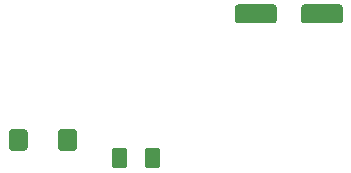
<source format=gbr>
G04 #@! TF.GenerationSoftware,KiCad,Pcbnew,(5.1.2)-1*
G04 #@! TF.CreationDate,2019-06-03T12:51:13-05:00*
G04 #@! TF.ProjectId,1stCircuit,31737443-6972-4637-9569-742e6b696361,rev?*
G04 #@! TF.SameCoordinates,Original*
G04 #@! TF.FileFunction,Paste,Top*
G04 #@! TF.FilePolarity,Positive*
%FSLAX46Y46*%
G04 Gerber Fmt 4.6, Leading zero omitted, Abs format (unit mm)*
G04 Created by KiCad (PCBNEW (5.1.2)-1) date 2019-06-03 12:51:13*
%MOMM*%
%LPD*%
G04 APERTURE LIST*
%ADD10C,0.100000*%
%ADD11C,1.575000*%
%ADD12C,1.250000*%
%ADD13C,1.600000*%
G04 APERTURE END LIST*
D10*
G36*
X144381505Y-103749204D02*
G01*
X144405773Y-103752804D01*
X144429572Y-103758765D01*
X144452671Y-103767030D01*
X144474850Y-103777520D01*
X144495893Y-103790132D01*
X144515599Y-103804747D01*
X144533777Y-103821223D01*
X144550253Y-103839401D01*
X144564868Y-103859107D01*
X144577480Y-103880150D01*
X144587970Y-103902329D01*
X144596235Y-103925428D01*
X144602196Y-103949227D01*
X144605796Y-103973495D01*
X144607000Y-103997999D01*
X144607000Y-105298001D01*
X144605796Y-105322505D01*
X144602196Y-105346773D01*
X144596235Y-105370572D01*
X144587970Y-105393671D01*
X144577480Y-105415850D01*
X144564868Y-105436893D01*
X144550253Y-105456599D01*
X144533777Y-105474777D01*
X144515599Y-105491253D01*
X144495893Y-105505868D01*
X144474850Y-105518480D01*
X144452671Y-105528970D01*
X144429572Y-105537235D01*
X144405773Y-105543196D01*
X144381505Y-105546796D01*
X144357001Y-105548000D01*
X143281999Y-105548000D01*
X143257495Y-105546796D01*
X143233227Y-105543196D01*
X143209428Y-105537235D01*
X143186329Y-105528970D01*
X143164150Y-105518480D01*
X143143107Y-105505868D01*
X143123401Y-105491253D01*
X143105223Y-105474777D01*
X143088747Y-105456599D01*
X143074132Y-105436893D01*
X143061520Y-105415850D01*
X143051030Y-105393671D01*
X143042765Y-105370572D01*
X143036804Y-105346773D01*
X143033204Y-105322505D01*
X143032000Y-105298001D01*
X143032000Y-103997999D01*
X143033204Y-103973495D01*
X143036804Y-103949227D01*
X143042765Y-103925428D01*
X143051030Y-103902329D01*
X143061520Y-103880150D01*
X143074132Y-103859107D01*
X143088747Y-103839401D01*
X143105223Y-103821223D01*
X143123401Y-103804747D01*
X143143107Y-103790132D01*
X143164150Y-103777520D01*
X143186329Y-103767030D01*
X143209428Y-103758765D01*
X143233227Y-103752804D01*
X143257495Y-103749204D01*
X143281999Y-103748000D01*
X144357001Y-103748000D01*
X144381505Y-103749204D01*
X144381505Y-103749204D01*
G37*
D11*
X143819500Y-104648000D03*
D10*
G36*
X140206505Y-103749204D02*
G01*
X140230773Y-103752804D01*
X140254572Y-103758765D01*
X140277671Y-103767030D01*
X140299850Y-103777520D01*
X140320893Y-103790132D01*
X140340599Y-103804747D01*
X140358777Y-103821223D01*
X140375253Y-103839401D01*
X140389868Y-103859107D01*
X140402480Y-103880150D01*
X140412970Y-103902329D01*
X140421235Y-103925428D01*
X140427196Y-103949227D01*
X140430796Y-103973495D01*
X140432000Y-103997999D01*
X140432000Y-105298001D01*
X140430796Y-105322505D01*
X140427196Y-105346773D01*
X140421235Y-105370572D01*
X140412970Y-105393671D01*
X140402480Y-105415850D01*
X140389868Y-105436893D01*
X140375253Y-105456599D01*
X140358777Y-105474777D01*
X140340599Y-105491253D01*
X140320893Y-105505868D01*
X140299850Y-105518480D01*
X140277671Y-105528970D01*
X140254572Y-105537235D01*
X140230773Y-105543196D01*
X140206505Y-105546796D01*
X140182001Y-105548000D01*
X139106999Y-105548000D01*
X139082495Y-105546796D01*
X139058227Y-105543196D01*
X139034428Y-105537235D01*
X139011329Y-105528970D01*
X138989150Y-105518480D01*
X138968107Y-105505868D01*
X138948401Y-105491253D01*
X138930223Y-105474777D01*
X138913747Y-105456599D01*
X138899132Y-105436893D01*
X138886520Y-105415850D01*
X138876030Y-105393671D01*
X138867765Y-105370572D01*
X138861804Y-105346773D01*
X138858204Y-105322505D01*
X138857000Y-105298001D01*
X138857000Y-103997999D01*
X138858204Y-103973495D01*
X138861804Y-103949227D01*
X138867765Y-103925428D01*
X138876030Y-103902329D01*
X138886520Y-103880150D01*
X138899132Y-103859107D01*
X138913747Y-103839401D01*
X138930223Y-103821223D01*
X138948401Y-103804747D01*
X138968107Y-103790132D01*
X138989150Y-103777520D01*
X139011329Y-103767030D01*
X139034428Y-103758765D01*
X139058227Y-103752804D01*
X139082495Y-103749204D01*
X139106999Y-103748000D01*
X140182001Y-103748000D01*
X140206505Y-103749204D01*
X140206505Y-103749204D01*
G37*
D11*
X139644500Y-104648000D03*
D10*
G36*
X151405504Y-105298204D02*
G01*
X151429773Y-105301804D01*
X151453571Y-105307765D01*
X151476671Y-105316030D01*
X151498849Y-105326520D01*
X151519893Y-105339133D01*
X151539598Y-105353747D01*
X151557777Y-105370223D01*
X151574253Y-105388402D01*
X151588867Y-105408107D01*
X151601480Y-105429151D01*
X151611970Y-105451329D01*
X151620235Y-105474429D01*
X151626196Y-105498227D01*
X151629796Y-105522496D01*
X151631000Y-105547000D01*
X151631000Y-106797000D01*
X151629796Y-106821504D01*
X151626196Y-106845773D01*
X151620235Y-106869571D01*
X151611970Y-106892671D01*
X151601480Y-106914849D01*
X151588867Y-106935893D01*
X151574253Y-106955598D01*
X151557777Y-106973777D01*
X151539598Y-106990253D01*
X151519893Y-107004867D01*
X151498849Y-107017480D01*
X151476671Y-107027970D01*
X151453571Y-107036235D01*
X151429773Y-107042196D01*
X151405504Y-107045796D01*
X151381000Y-107047000D01*
X150631000Y-107047000D01*
X150606496Y-107045796D01*
X150582227Y-107042196D01*
X150558429Y-107036235D01*
X150535329Y-107027970D01*
X150513151Y-107017480D01*
X150492107Y-107004867D01*
X150472402Y-106990253D01*
X150454223Y-106973777D01*
X150437747Y-106955598D01*
X150423133Y-106935893D01*
X150410520Y-106914849D01*
X150400030Y-106892671D01*
X150391765Y-106869571D01*
X150385804Y-106845773D01*
X150382204Y-106821504D01*
X150381000Y-106797000D01*
X150381000Y-105547000D01*
X150382204Y-105522496D01*
X150385804Y-105498227D01*
X150391765Y-105474429D01*
X150400030Y-105451329D01*
X150410520Y-105429151D01*
X150423133Y-105408107D01*
X150437747Y-105388402D01*
X150454223Y-105370223D01*
X150472402Y-105353747D01*
X150492107Y-105339133D01*
X150513151Y-105326520D01*
X150535329Y-105316030D01*
X150558429Y-105307765D01*
X150582227Y-105301804D01*
X150606496Y-105298204D01*
X150631000Y-105297000D01*
X151381000Y-105297000D01*
X151405504Y-105298204D01*
X151405504Y-105298204D01*
G37*
D12*
X151006000Y-106172000D03*
D10*
G36*
X148605504Y-105298204D02*
G01*
X148629773Y-105301804D01*
X148653571Y-105307765D01*
X148676671Y-105316030D01*
X148698849Y-105326520D01*
X148719893Y-105339133D01*
X148739598Y-105353747D01*
X148757777Y-105370223D01*
X148774253Y-105388402D01*
X148788867Y-105408107D01*
X148801480Y-105429151D01*
X148811970Y-105451329D01*
X148820235Y-105474429D01*
X148826196Y-105498227D01*
X148829796Y-105522496D01*
X148831000Y-105547000D01*
X148831000Y-106797000D01*
X148829796Y-106821504D01*
X148826196Y-106845773D01*
X148820235Y-106869571D01*
X148811970Y-106892671D01*
X148801480Y-106914849D01*
X148788867Y-106935893D01*
X148774253Y-106955598D01*
X148757777Y-106973777D01*
X148739598Y-106990253D01*
X148719893Y-107004867D01*
X148698849Y-107017480D01*
X148676671Y-107027970D01*
X148653571Y-107036235D01*
X148629773Y-107042196D01*
X148605504Y-107045796D01*
X148581000Y-107047000D01*
X147831000Y-107047000D01*
X147806496Y-107045796D01*
X147782227Y-107042196D01*
X147758429Y-107036235D01*
X147735329Y-107027970D01*
X147713151Y-107017480D01*
X147692107Y-107004867D01*
X147672402Y-106990253D01*
X147654223Y-106973777D01*
X147637747Y-106955598D01*
X147623133Y-106935893D01*
X147610520Y-106914849D01*
X147600030Y-106892671D01*
X147591765Y-106869571D01*
X147585804Y-106845773D01*
X147582204Y-106821504D01*
X147581000Y-106797000D01*
X147581000Y-105547000D01*
X147582204Y-105522496D01*
X147585804Y-105498227D01*
X147591765Y-105474429D01*
X147600030Y-105451329D01*
X147610520Y-105429151D01*
X147623133Y-105408107D01*
X147637747Y-105388402D01*
X147654223Y-105370223D01*
X147672402Y-105353747D01*
X147692107Y-105339133D01*
X147713151Y-105326520D01*
X147735329Y-105316030D01*
X147758429Y-105307765D01*
X147782227Y-105301804D01*
X147806496Y-105298204D01*
X147831000Y-105297000D01*
X148581000Y-105297000D01*
X148605504Y-105298204D01*
X148605504Y-105298204D01*
G37*
D12*
X148206000Y-106172000D03*
D10*
G36*
X166884504Y-93181204D02*
G01*
X166908773Y-93184804D01*
X166932571Y-93190765D01*
X166955671Y-93199030D01*
X166977849Y-93209520D01*
X166998893Y-93222133D01*
X167018598Y-93236747D01*
X167036777Y-93253223D01*
X167053253Y-93271402D01*
X167067867Y-93291107D01*
X167080480Y-93312151D01*
X167090970Y-93334329D01*
X167099235Y-93357429D01*
X167105196Y-93381227D01*
X167108796Y-93405496D01*
X167110000Y-93430000D01*
X167110000Y-94530000D01*
X167108796Y-94554504D01*
X167105196Y-94578773D01*
X167099235Y-94602571D01*
X167090970Y-94625671D01*
X167080480Y-94647849D01*
X167067867Y-94668893D01*
X167053253Y-94688598D01*
X167036777Y-94706777D01*
X167018598Y-94723253D01*
X166998893Y-94737867D01*
X166977849Y-94750480D01*
X166955671Y-94760970D01*
X166932571Y-94769235D01*
X166908773Y-94775196D01*
X166884504Y-94778796D01*
X166860000Y-94780000D01*
X163860000Y-94780000D01*
X163835496Y-94778796D01*
X163811227Y-94775196D01*
X163787429Y-94769235D01*
X163764329Y-94760970D01*
X163742151Y-94750480D01*
X163721107Y-94737867D01*
X163701402Y-94723253D01*
X163683223Y-94706777D01*
X163666747Y-94688598D01*
X163652133Y-94668893D01*
X163639520Y-94647849D01*
X163629030Y-94625671D01*
X163620765Y-94602571D01*
X163614804Y-94578773D01*
X163611204Y-94554504D01*
X163610000Y-94530000D01*
X163610000Y-93430000D01*
X163611204Y-93405496D01*
X163614804Y-93381227D01*
X163620765Y-93357429D01*
X163629030Y-93334329D01*
X163639520Y-93312151D01*
X163652133Y-93291107D01*
X163666747Y-93271402D01*
X163683223Y-93253223D01*
X163701402Y-93236747D01*
X163721107Y-93222133D01*
X163742151Y-93209520D01*
X163764329Y-93199030D01*
X163787429Y-93190765D01*
X163811227Y-93184804D01*
X163835496Y-93181204D01*
X163860000Y-93180000D01*
X166860000Y-93180000D01*
X166884504Y-93181204D01*
X166884504Y-93181204D01*
G37*
D13*
X165360000Y-93980000D03*
D10*
G36*
X161284504Y-93181204D02*
G01*
X161308773Y-93184804D01*
X161332571Y-93190765D01*
X161355671Y-93199030D01*
X161377849Y-93209520D01*
X161398893Y-93222133D01*
X161418598Y-93236747D01*
X161436777Y-93253223D01*
X161453253Y-93271402D01*
X161467867Y-93291107D01*
X161480480Y-93312151D01*
X161490970Y-93334329D01*
X161499235Y-93357429D01*
X161505196Y-93381227D01*
X161508796Y-93405496D01*
X161510000Y-93430000D01*
X161510000Y-94530000D01*
X161508796Y-94554504D01*
X161505196Y-94578773D01*
X161499235Y-94602571D01*
X161490970Y-94625671D01*
X161480480Y-94647849D01*
X161467867Y-94668893D01*
X161453253Y-94688598D01*
X161436777Y-94706777D01*
X161418598Y-94723253D01*
X161398893Y-94737867D01*
X161377849Y-94750480D01*
X161355671Y-94760970D01*
X161332571Y-94769235D01*
X161308773Y-94775196D01*
X161284504Y-94778796D01*
X161260000Y-94780000D01*
X158260000Y-94780000D01*
X158235496Y-94778796D01*
X158211227Y-94775196D01*
X158187429Y-94769235D01*
X158164329Y-94760970D01*
X158142151Y-94750480D01*
X158121107Y-94737867D01*
X158101402Y-94723253D01*
X158083223Y-94706777D01*
X158066747Y-94688598D01*
X158052133Y-94668893D01*
X158039520Y-94647849D01*
X158029030Y-94625671D01*
X158020765Y-94602571D01*
X158014804Y-94578773D01*
X158011204Y-94554504D01*
X158010000Y-94530000D01*
X158010000Y-93430000D01*
X158011204Y-93405496D01*
X158014804Y-93381227D01*
X158020765Y-93357429D01*
X158029030Y-93334329D01*
X158039520Y-93312151D01*
X158052133Y-93291107D01*
X158066747Y-93271402D01*
X158083223Y-93253223D01*
X158101402Y-93236747D01*
X158121107Y-93222133D01*
X158142151Y-93209520D01*
X158164329Y-93199030D01*
X158187429Y-93190765D01*
X158211227Y-93184804D01*
X158235496Y-93181204D01*
X158260000Y-93180000D01*
X161260000Y-93180000D01*
X161284504Y-93181204D01*
X161284504Y-93181204D01*
G37*
D13*
X159760000Y-93980000D03*
M02*

</source>
